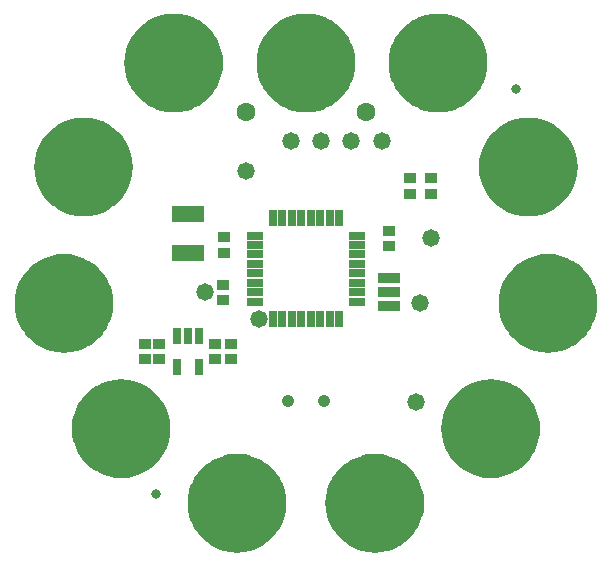
<source format=gbr>
G04 EAGLE Gerber RS-274X export*
G75*
%MOMM*%
%FSLAX34Y34*%
%LPD*%
%INSoldermask Bottom*%
%IPPOS*%
%AMOC8*
5,1,8,0,0,1.08239X$1,22.5*%
G01*
%ADD10R,1.473200X0.762000*%
%ADD11R,0.762000X1.473200*%
%ADD12R,1.103200X0.903200*%
%ADD13R,2.703200X1.403200*%
%ADD14R,1.903200X0.903200*%
%ADD15C,1.603200*%
%ADD16C,1.053200*%
%ADD17C,1.473200*%
%ADD18R,0.753200X1.403200*%
%ADD19C,4.775200*%
%ADD20C,0.838200*%

G36*
X58369Y-240402D02*
X58369Y-240402D01*
X58437Y-240403D01*
X63659Y-240061D01*
X63733Y-240048D01*
X63889Y-240031D01*
X69022Y-239010D01*
X69094Y-238987D01*
X69246Y-238950D01*
X74201Y-237267D01*
X74270Y-237236D01*
X74416Y-237179D01*
X79109Y-234864D01*
X79173Y-234824D01*
X79311Y-234748D01*
X83662Y-231841D01*
X83720Y-231792D01*
X83846Y-231699D01*
X87780Y-228249D01*
X87831Y-228193D01*
X87945Y-228084D01*
X91395Y-224150D01*
X91438Y-224089D01*
X91537Y-223966D01*
X94444Y-219615D01*
X94479Y-219548D01*
X94560Y-219413D01*
X96875Y-214720D01*
X96900Y-214649D01*
X96963Y-214505D01*
X98646Y-209550D01*
X98662Y-209477D01*
X98706Y-209326D01*
X99727Y-204193D01*
X99734Y-204118D01*
X99757Y-203963D01*
X100099Y-198741D01*
X100096Y-198666D01*
X100099Y-198509D01*
X99757Y-193287D01*
X99744Y-193213D01*
X99727Y-193057D01*
X98706Y-187924D01*
X98684Y-187853D01*
X98646Y-187700D01*
X96964Y-182744D01*
X96932Y-182676D01*
X96875Y-182530D01*
X94561Y-177836D01*
X94520Y-177773D01*
X94444Y-177635D01*
X91537Y-173284D01*
X91489Y-173226D01*
X91396Y-173099D01*
X87945Y-169165D01*
X87890Y-169114D01*
X87781Y-169001D01*
X83847Y-165550D01*
X83785Y-165507D01*
X83662Y-165409D01*
X79311Y-162502D01*
X79245Y-162467D01*
X79110Y-162385D01*
X74416Y-160071D01*
X74346Y-160045D01*
X74202Y-159982D01*
X69246Y-158300D01*
X69173Y-158283D01*
X69022Y-158240D01*
X63889Y-157219D01*
X63814Y-157212D01*
X63659Y-157189D01*
X58437Y-156847D01*
X58362Y-156850D01*
X58205Y-156847D01*
X52983Y-157189D01*
X52909Y-157202D01*
X52753Y-157219D01*
X47620Y-158240D01*
X47549Y-158262D01*
X47396Y-158300D01*
X42440Y-159982D01*
X42372Y-160014D01*
X42226Y-160071D01*
X37532Y-162385D01*
X37469Y-162426D01*
X37331Y-162502D01*
X32980Y-165409D01*
X32922Y-165457D01*
X32795Y-165550D01*
X28861Y-169001D01*
X28810Y-169056D01*
X28697Y-169165D01*
X25246Y-173099D01*
X25203Y-173161D01*
X25105Y-173284D01*
X22198Y-177635D01*
X22163Y-177701D01*
X22081Y-177836D01*
X19767Y-182530D01*
X19741Y-182600D01*
X19678Y-182744D01*
X17996Y-187700D01*
X17979Y-187773D01*
X17936Y-187924D01*
X16915Y-193057D01*
X16908Y-193132D01*
X16885Y-193287D01*
X16543Y-198509D01*
X16546Y-198584D01*
X16543Y-198741D01*
X16885Y-203963D01*
X16898Y-204037D01*
X16915Y-204193D01*
X17936Y-209326D01*
X17959Y-209398D01*
X17996Y-209550D01*
X19679Y-214505D01*
X19710Y-214574D01*
X19768Y-214720D01*
X22082Y-219413D01*
X22122Y-219477D01*
X22198Y-219615D01*
X25106Y-223966D01*
X25154Y-224024D01*
X25247Y-224150D01*
X28697Y-228084D01*
X28753Y-228135D01*
X28862Y-228249D01*
X32796Y-231699D01*
X32857Y-231742D01*
X32980Y-231841D01*
X37331Y-234748D01*
X37398Y-234783D01*
X37533Y-234864D01*
X42226Y-237179D01*
X42297Y-237204D01*
X42441Y-237267D01*
X47396Y-238950D01*
X47469Y-238966D01*
X47620Y-239010D01*
X52753Y-240031D01*
X52828Y-240038D01*
X52983Y-240061D01*
X58205Y-240403D01*
X58253Y-240401D01*
X58321Y-240407D01*
X58369Y-240402D01*
G37*
G36*
X-58273Y-240402D02*
X-58273Y-240402D01*
X-58205Y-240403D01*
X-52983Y-240061D01*
X-52909Y-240048D01*
X-52753Y-240031D01*
X-47620Y-239010D01*
X-47548Y-238987D01*
X-47396Y-238950D01*
X-42441Y-237267D01*
X-42372Y-237236D01*
X-42226Y-237179D01*
X-37533Y-234864D01*
X-37469Y-234824D01*
X-37331Y-234748D01*
X-32980Y-231841D01*
X-32922Y-231792D01*
X-32796Y-231699D01*
X-28862Y-228249D01*
X-28811Y-228193D01*
X-28697Y-228084D01*
X-25247Y-224150D01*
X-25204Y-224089D01*
X-25106Y-223966D01*
X-22198Y-219615D01*
X-22163Y-219548D01*
X-22082Y-219413D01*
X-19768Y-214720D01*
X-19742Y-214649D01*
X-19679Y-214505D01*
X-17996Y-209550D01*
X-17980Y-209477D01*
X-17936Y-209326D01*
X-16915Y-204193D01*
X-16909Y-204118D01*
X-16885Y-203963D01*
X-16543Y-198741D01*
X-16546Y-198666D01*
X-16543Y-198509D01*
X-16885Y-193287D01*
X-16898Y-193213D01*
X-16915Y-193057D01*
X-17936Y-187924D01*
X-17958Y-187853D01*
X-17996Y-187700D01*
X-19678Y-182744D01*
X-19710Y-182676D01*
X-19767Y-182530D01*
X-22081Y-177836D01*
X-22122Y-177773D01*
X-22198Y-177635D01*
X-25105Y-173284D01*
X-25153Y-173226D01*
X-25246Y-173099D01*
X-28697Y-169165D01*
X-28752Y-169114D01*
X-28861Y-169001D01*
X-32795Y-165550D01*
X-32857Y-165507D01*
X-32980Y-165409D01*
X-37331Y-162502D01*
X-37397Y-162467D01*
X-37532Y-162385D01*
X-42226Y-160071D01*
X-42296Y-160045D01*
X-42440Y-159982D01*
X-47396Y-158300D01*
X-47469Y-158283D01*
X-47620Y-158240D01*
X-52753Y-157219D01*
X-52828Y-157212D01*
X-52983Y-157189D01*
X-58205Y-156847D01*
X-58280Y-156850D01*
X-58437Y-156847D01*
X-63659Y-157189D01*
X-63733Y-157202D01*
X-63889Y-157219D01*
X-69022Y-158240D01*
X-69094Y-158262D01*
X-69246Y-158300D01*
X-74202Y-159982D01*
X-74270Y-160014D01*
X-74416Y-160071D01*
X-79110Y-162385D01*
X-79173Y-162426D01*
X-79311Y-162502D01*
X-83662Y-165409D01*
X-83720Y-165457D01*
X-83847Y-165550D01*
X-87781Y-169001D01*
X-87832Y-169056D01*
X-87945Y-169165D01*
X-91396Y-173099D01*
X-91439Y-173161D01*
X-91537Y-173284D01*
X-94444Y-177635D01*
X-94479Y-177701D01*
X-94561Y-177836D01*
X-96875Y-182530D01*
X-96901Y-182600D01*
X-96964Y-182744D01*
X-98646Y-187700D01*
X-98663Y-187773D01*
X-98706Y-187924D01*
X-99727Y-193057D01*
X-99734Y-193132D01*
X-99757Y-193287D01*
X-100099Y-198509D01*
X-100096Y-198584D01*
X-100099Y-198741D01*
X-99757Y-203963D01*
X-99744Y-204037D01*
X-99727Y-204193D01*
X-98706Y-209326D01*
X-98683Y-209398D01*
X-98646Y-209550D01*
X-96963Y-214505D01*
X-96932Y-214574D01*
X-96875Y-214720D01*
X-94560Y-219413D01*
X-94520Y-219477D01*
X-94444Y-219615D01*
X-91537Y-223966D01*
X-91488Y-224024D01*
X-91395Y-224150D01*
X-87945Y-228084D01*
X-87889Y-228135D01*
X-87780Y-228249D01*
X-83846Y-231699D01*
X-83785Y-231742D01*
X-83662Y-231841D01*
X-79311Y-234748D01*
X-79244Y-234783D01*
X-79109Y-234864D01*
X-74416Y-237179D01*
X-74345Y-237204D01*
X-74201Y-237267D01*
X-69246Y-238950D01*
X-69173Y-238966D01*
X-69022Y-239010D01*
X-63889Y-240031D01*
X-63814Y-240038D01*
X-63659Y-240061D01*
X-58437Y-240403D01*
X-58389Y-240401D01*
X-58322Y-240407D01*
X-58321Y-240407D01*
X-58273Y-240402D01*
G37*
G36*
X-106580Y132712D02*
X-106580Y132712D01*
X-106506Y132725D01*
X-106350Y132742D01*
X-101217Y133763D01*
X-101145Y133786D01*
X-100993Y133823D01*
X-96038Y135506D01*
X-95969Y135537D01*
X-95823Y135595D01*
X-91130Y137909D01*
X-91066Y137949D01*
X-90928Y138025D01*
X-86577Y140933D01*
X-86519Y140981D01*
X-86393Y141074D01*
X-82459Y144524D01*
X-82408Y144580D01*
X-82294Y144689D01*
X-78844Y148623D01*
X-78801Y148684D01*
X-78703Y148807D01*
X-75795Y153158D01*
X-75760Y153225D01*
X-75679Y153360D01*
X-73365Y158053D01*
X-73339Y158124D01*
X-73276Y158268D01*
X-71593Y163223D01*
X-71577Y163296D01*
X-71533Y163447D01*
X-70512Y168580D01*
X-70506Y168655D01*
X-70482Y168810D01*
X-70140Y174032D01*
X-70143Y174107D01*
X-70140Y174264D01*
X-70482Y179486D01*
X-70495Y179560D01*
X-70512Y179716D01*
X-71533Y184849D01*
X-71555Y184921D01*
X-71593Y185073D01*
X-73275Y190029D01*
X-73307Y190097D01*
X-73364Y190243D01*
X-75678Y194937D01*
X-75719Y195000D01*
X-75795Y195138D01*
X-78702Y199489D01*
X-78750Y199547D01*
X-78843Y199674D01*
X-82294Y203608D01*
X-82349Y203659D01*
X-82458Y203772D01*
X-86392Y207223D01*
X-86454Y207266D01*
X-86577Y207364D01*
X-90928Y210271D01*
X-90994Y210306D01*
X-91129Y210388D01*
X-95823Y212702D01*
X-95893Y212728D01*
X-96037Y212791D01*
X-100993Y214473D01*
X-101066Y214490D01*
X-101217Y214533D01*
X-106350Y215554D01*
X-106425Y215561D01*
X-106580Y215584D01*
X-111802Y215926D01*
X-111877Y215923D01*
X-112034Y215926D01*
X-117256Y215584D01*
X-117330Y215571D01*
X-117486Y215554D01*
X-122619Y214533D01*
X-122691Y214511D01*
X-122843Y214473D01*
X-127799Y212791D01*
X-127867Y212759D01*
X-128013Y212702D01*
X-132707Y210388D01*
X-132770Y210347D01*
X-132908Y210271D01*
X-137259Y207364D01*
X-137317Y207316D01*
X-137444Y207223D01*
X-141378Y203772D01*
X-141429Y203717D01*
X-141542Y203608D01*
X-144993Y199674D01*
X-145036Y199612D01*
X-145134Y199489D01*
X-148041Y195138D01*
X-148076Y195072D01*
X-148158Y194937D01*
X-150472Y190243D01*
X-150498Y190173D01*
X-150561Y190029D01*
X-152243Y185073D01*
X-152260Y185000D01*
X-152303Y184849D01*
X-153324Y179716D01*
X-153331Y179641D01*
X-153354Y179486D01*
X-153696Y174264D01*
X-153693Y174189D01*
X-153696Y174032D01*
X-153354Y168810D01*
X-153341Y168736D01*
X-153324Y168580D01*
X-152303Y163447D01*
X-152280Y163375D01*
X-152243Y163223D01*
X-150560Y158268D01*
X-150529Y158199D01*
X-150472Y158053D01*
X-148157Y153360D01*
X-148117Y153296D01*
X-148041Y153158D01*
X-145134Y148807D01*
X-145085Y148749D01*
X-144992Y148623D01*
X-141542Y144689D01*
X-141486Y144638D01*
X-141377Y144524D01*
X-137443Y141074D01*
X-137382Y141031D01*
X-137259Y140933D01*
X-132908Y138025D01*
X-132841Y137990D01*
X-132706Y137909D01*
X-128013Y135595D01*
X-127942Y135569D01*
X-127798Y135506D01*
X-122843Y133823D01*
X-122770Y133807D01*
X-122619Y133763D01*
X-117486Y132742D01*
X-117411Y132736D01*
X-117256Y132712D01*
X-112034Y132370D01*
X-111959Y132373D01*
X-111802Y132370D01*
X-106580Y132712D01*
G37*
G36*
X5338Y132712D02*
X5338Y132712D01*
X5412Y132725D01*
X5568Y132742D01*
X10701Y133763D01*
X10773Y133786D01*
X10925Y133823D01*
X15880Y135506D01*
X15949Y135537D01*
X16095Y135595D01*
X20788Y137909D01*
X20852Y137949D01*
X20990Y138025D01*
X25341Y140933D01*
X25399Y140981D01*
X25525Y141074D01*
X29459Y144524D01*
X29510Y144580D01*
X29624Y144689D01*
X33074Y148623D01*
X33117Y148684D01*
X33216Y148807D01*
X36123Y153158D01*
X36158Y153225D01*
X36239Y153360D01*
X38554Y158053D01*
X38579Y158124D01*
X38642Y158268D01*
X40325Y163223D01*
X40341Y163296D01*
X40385Y163447D01*
X41406Y168580D01*
X41413Y168655D01*
X41436Y168810D01*
X41778Y174032D01*
X41775Y174107D01*
X41778Y174264D01*
X41436Y179486D01*
X41423Y179560D01*
X41406Y179716D01*
X40385Y184849D01*
X40363Y184921D01*
X40325Y185073D01*
X38643Y190029D01*
X38611Y190097D01*
X38554Y190243D01*
X36240Y194937D01*
X36199Y195000D01*
X36123Y195138D01*
X33216Y199489D01*
X33168Y199547D01*
X33075Y199674D01*
X29624Y203608D01*
X29569Y203659D01*
X29460Y203772D01*
X25526Y207223D01*
X25464Y207266D01*
X25341Y207364D01*
X20990Y210271D01*
X20924Y210306D01*
X20789Y210388D01*
X16095Y212702D01*
X16025Y212728D01*
X15881Y212791D01*
X10925Y214473D01*
X10852Y214490D01*
X10701Y214533D01*
X5568Y215554D01*
X5493Y215561D01*
X5338Y215584D01*
X116Y215926D01*
X41Y215923D01*
X-116Y215926D01*
X-5338Y215584D01*
X-5412Y215571D01*
X-5568Y215554D01*
X-10701Y214533D01*
X-10773Y214511D01*
X-10925Y214473D01*
X-15881Y212791D01*
X-15949Y212759D01*
X-16095Y212702D01*
X-20789Y210388D01*
X-20852Y210347D01*
X-20990Y210271D01*
X-25341Y207364D01*
X-25399Y207316D01*
X-25526Y207223D01*
X-29460Y203772D01*
X-29511Y203717D01*
X-29624Y203608D01*
X-33075Y199674D01*
X-33118Y199612D01*
X-33216Y199489D01*
X-36123Y195138D01*
X-36158Y195072D01*
X-36240Y194937D01*
X-38554Y190243D01*
X-38580Y190173D01*
X-38643Y190029D01*
X-40325Y185073D01*
X-40342Y185000D01*
X-40385Y184849D01*
X-41406Y179716D01*
X-41413Y179641D01*
X-41436Y179486D01*
X-41778Y174264D01*
X-41775Y174189D01*
X-41778Y174032D01*
X-41436Y168810D01*
X-41423Y168736D01*
X-41406Y168580D01*
X-40385Y163447D01*
X-40362Y163375D01*
X-40325Y163223D01*
X-38642Y158268D01*
X-38611Y158199D01*
X-38554Y158053D01*
X-36239Y153360D01*
X-36199Y153296D01*
X-36123Y153158D01*
X-33216Y148807D01*
X-33167Y148749D01*
X-33074Y148623D01*
X-29624Y144689D01*
X-29568Y144638D01*
X-29459Y144524D01*
X-25525Y141074D01*
X-25464Y141031D01*
X-25341Y140933D01*
X-20990Y138025D01*
X-20923Y137990D01*
X-20788Y137909D01*
X-16095Y135595D01*
X-16024Y135569D01*
X-15880Y135506D01*
X-10925Y133823D01*
X-10852Y133807D01*
X-10701Y133763D01*
X-5568Y132742D01*
X-5493Y132736D01*
X-5338Y132712D01*
X-116Y132370D01*
X-41Y132373D01*
X116Y132370D01*
X5338Y132712D01*
G37*
G36*
X117256Y132712D02*
X117256Y132712D01*
X117330Y132725D01*
X117486Y132742D01*
X122619Y133763D01*
X122691Y133786D01*
X122843Y133823D01*
X127798Y135506D01*
X127867Y135537D01*
X128013Y135595D01*
X132706Y137909D01*
X132770Y137949D01*
X132908Y138025D01*
X137259Y140933D01*
X137317Y140981D01*
X137443Y141074D01*
X141377Y144524D01*
X141428Y144580D01*
X141542Y144689D01*
X144992Y148623D01*
X145035Y148684D01*
X145134Y148807D01*
X148041Y153158D01*
X148076Y153225D01*
X148157Y153360D01*
X150472Y158053D01*
X150497Y158124D01*
X150560Y158268D01*
X152243Y163223D01*
X152259Y163296D01*
X152303Y163447D01*
X153324Y168580D01*
X153331Y168655D01*
X153354Y168810D01*
X153696Y174032D01*
X153693Y174107D01*
X153696Y174264D01*
X153354Y179486D01*
X153341Y179560D01*
X153324Y179716D01*
X152303Y184849D01*
X152281Y184921D01*
X152243Y185073D01*
X150561Y190029D01*
X150529Y190097D01*
X150472Y190243D01*
X148158Y194937D01*
X148117Y195000D01*
X148041Y195138D01*
X145134Y199489D01*
X145086Y199547D01*
X144993Y199674D01*
X141542Y203608D01*
X141487Y203659D01*
X141378Y203772D01*
X137444Y207223D01*
X137382Y207266D01*
X137259Y207364D01*
X132908Y210271D01*
X132842Y210306D01*
X132707Y210388D01*
X128013Y212702D01*
X127943Y212728D01*
X127799Y212791D01*
X122843Y214473D01*
X122770Y214490D01*
X122619Y214533D01*
X117486Y215554D01*
X117411Y215561D01*
X117256Y215584D01*
X112034Y215926D01*
X111959Y215923D01*
X111802Y215926D01*
X106580Y215584D01*
X106506Y215571D01*
X106350Y215554D01*
X101217Y214533D01*
X101146Y214511D01*
X100993Y214473D01*
X96037Y212791D01*
X95969Y212759D01*
X95823Y212702D01*
X91129Y210388D01*
X91066Y210347D01*
X90928Y210271D01*
X86577Y207364D01*
X86519Y207316D01*
X86392Y207223D01*
X82458Y203772D01*
X82407Y203717D01*
X82294Y203608D01*
X78843Y199674D01*
X78800Y199612D01*
X78702Y199489D01*
X75795Y195138D01*
X75760Y195072D01*
X75678Y194937D01*
X73364Y190243D01*
X73338Y190173D01*
X73275Y190029D01*
X71593Y185073D01*
X71576Y185000D01*
X71533Y184849D01*
X70512Y179716D01*
X70505Y179641D01*
X70482Y179486D01*
X70140Y174264D01*
X70143Y174189D01*
X70140Y174032D01*
X70482Y168810D01*
X70495Y168736D01*
X70512Y168580D01*
X71533Y163447D01*
X71556Y163375D01*
X71593Y163223D01*
X73276Y158268D01*
X73307Y158199D01*
X73365Y158053D01*
X75679Y153360D01*
X75719Y153296D01*
X75795Y153158D01*
X78703Y148807D01*
X78751Y148749D01*
X78844Y148623D01*
X82294Y144689D01*
X82350Y144638D01*
X82459Y144524D01*
X86393Y141074D01*
X86454Y141031D01*
X86577Y140933D01*
X90928Y138025D01*
X90995Y137990D01*
X91130Y137909D01*
X95823Y135595D01*
X95894Y135569D01*
X96038Y135506D01*
X100993Y133823D01*
X101066Y133807D01*
X101217Y133763D01*
X106350Y132742D01*
X106425Y132736D01*
X106580Y132712D01*
X111802Y132370D01*
X111877Y132373D01*
X112034Y132370D01*
X117256Y132712D01*
G37*
G36*
X-182965Y44559D02*
X-182965Y44559D01*
X-182891Y44572D01*
X-182735Y44589D01*
X-177602Y45610D01*
X-177530Y45633D01*
X-177378Y45670D01*
X-172423Y47353D01*
X-172354Y47384D01*
X-172208Y47442D01*
X-167515Y49756D01*
X-167451Y49796D01*
X-167313Y49872D01*
X-162962Y52780D01*
X-162904Y52828D01*
X-162778Y52921D01*
X-158844Y56371D01*
X-158793Y56427D01*
X-158679Y56536D01*
X-155229Y60470D01*
X-155186Y60531D01*
X-155088Y60654D01*
X-152180Y65005D01*
X-152145Y65072D01*
X-152064Y65207D01*
X-149750Y69900D01*
X-149724Y69971D01*
X-149661Y70115D01*
X-147978Y75070D01*
X-147962Y75143D01*
X-147918Y75294D01*
X-146897Y80427D01*
X-146891Y80502D01*
X-146867Y80657D01*
X-146525Y85879D01*
X-146528Y85954D01*
X-146525Y86111D01*
X-146867Y91333D01*
X-146880Y91407D01*
X-146897Y91563D01*
X-147918Y96696D01*
X-147940Y96768D01*
X-147978Y96920D01*
X-149660Y101876D01*
X-149692Y101944D01*
X-149749Y102090D01*
X-152063Y106784D01*
X-152104Y106847D01*
X-152180Y106985D01*
X-155087Y111336D01*
X-155135Y111394D01*
X-155228Y111521D01*
X-158679Y115455D01*
X-158734Y115506D01*
X-158843Y115619D01*
X-162777Y119070D01*
X-162839Y119113D01*
X-162962Y119211D01*
X-167313Y122118D01*
X-167379Y122153D01*
X-167514Y122235D01*
X-172208Y124549D01*
X-172278Y124575D01*
X-172422Y124638D01*
X-177378Y126320D01*
X-177451Y126337D01*
X-177602Y126380D01*
X-182735Y127401D01*
X-182810Y127408D01*
X-182965Y127431D01*
X-188187Y127773D01*
X-188262Y127770D01*
X-188419Y127773D01*
X-193641Y127431D01*
X-193715Y127418D01*
X-193871Y127401D01*
X-199004Y126380D01*
X-199076Y126358D01*
X-199228Y126320D01*
X-204184Y124638D01*
X-204252Y124606D01*
X-204398Y124549D01*
X-209092Y122235D01*
X-209155Y122194D01*
X-209293Y122118D01*
X-213644Y119211D01*
X-213702Y119163D01*
X-213829Y119070D01*
X-217763Y115619D01*
X-217814Y115564D01*
X-217927Y115455D01*
X-221378Y111521D01*
X-221421Y111459D01*
X-221519Y111336D01*
X-224426Y106985D01*
X-224461Y106919D01*
X-224543Y106784D01*
X-226857Y102090D01*
X-226883Y102020D01*
X-226946Y101876D01*
X-228628Y96920D01*
X-228645Y96847D01*
X-228688Y96696D01*
X-229709Y91563D01*
X-229716Y91488D01*
X-229739Y91333D01*
X-230081Y86111D01*
X-230078Y86036D01*
X-230081Y85879D01*
X-229739Y80657D01*
X-229726Y80583D01*
X-229709Y80427D01*
X-228688Y75294D01*
X-228665Y75222D01*
X-228628Y75070D01*
X-226945Y70115D01*
X-226914Y70046D01*
X-226857Y69900D01*
X-224542Y65207D01*
X-224502Y65143D01*
X-224426Y65005D01*
X-221519Y60654D01*
X-221470Y60596D01*
X-221377Y60470D01*
X-217927Y56536D01*
X-217871Y56485D01*
X-217762Y56371D01*
X-213828Y52921D01*
X-213767Y52878D01*
X-213644Y52780D01*
X-209293Y49872D01*
X-209226Y49837D01*
X-209091Y49756D01*
X-204398Y47442D01*
X-204327Y47416D01*
X-204183Y47353D01*
X-199228Y45670D01*
X-199155Y45654D01*
X-199004Y45610D01*
X-193871Y44589D01*
X-193796Y44583D01*
X-193641Y44559D01*
X-188419Y44217D01*
X-188344Y44220D01*
X-188187Y44217D01*
X-182965Y44559D01*
G37*
G36*
X193641Y44559D02*
X193641Y44559D01*
X193715Y44572D01*
X193871Y44589D01*
X199004Y45610D01*
X199076Y45633D01*
X199228Y45670D01*
X204183Y47353D01*
X204252Y47384D01*
X204398Y47442D01*
X209091Y49756D01*
X209155Y49796D01*
X209293Y49872D01*
X213644Y52780D01*
X213702Y52828D01*
X213828Y52921D01*
X217762Y56371D01*
X217813Y56427D01*
X217927Y56536D01*
X221377Y60470D01*
X221420Y60531D01*
X221519Y60654D01*
X224426Y65005D01*
X224461Y65072D01*
X224542Y65207D01*
X226857Y69900D01*
X226882Y69971D01*
X226945Y70115D01*
X228628Y75070D01*
X228644Y75143D01*
X228688Y75294D01*
X229709Y80427D01*
X229716Y80502D01*
X229739Y80657D01*
X230081Y85879D01*
X230078Y85954D01*
X230081Y86111D01*
X229739Y91333D01*
X229726Y91407D01*
X229709Y91563D01*
X228688Y96696D01*
X228666Y96768D01*
X228628Y96920D01*
X226946Y101876D01*
X226914Y101944D01*
X226857Y102090D01*
X224543Y106784D01*
X224502Y106847D01*
X224426Y106985D01*
X221519Y111336D01*
X221471Y111394D01*
X221378Y111521D01*
X217927Y115455D01*
X217872Y115506D01*
X217763Y115619D01*
X213829Y119070D01*
X213767Y119113D01*
X213644Y119211D01*
X209293Y122118D01*
X209227Y122153D01*
X209092Y122235D01*
X204398Y124549D01*
X204328Y124575D01*
X204184Y124638D01*
X199228Y126320D01*
X199155Y126337D01*
X199004Y126380D01*
X193871Y127401D01*
X193796Y127408D01*
X193641Y127431D01*
X188419Y127773D01*
X188344Y127770D01*
X188187Y127773D01*
X182965Y127431D01*
X182891Y127418D01*
X182735Y127401D01*
X177602Y126380D01*
X177531Y126358D01*
X177378Y126320D01*
X172422Y124638D01*
X172354Y124606D01*
X172208Y124549D01*
X167514Y122235D01*
X167451Y122194D01*
X167313Y122118D01*
X162962Y119211D01*
X162904Y119163D01*
X162777Y119070D01*
X158843Y115619D01*
X158792Y115564D01*
X158679Y115455D01*
X155228Y111521D01*
X155185Y111459D01*
X155087Y111336D01*
X152180Y106985D01*
X152145Y106919D01*
X152063Y106784D01*
X149749Y102090D01*
X149723Y102020D01*
X149660Y101876D01*
X147978Y96920D01*
X147961Y96847D01*
X147918Y96696D01*
X146897Y91563D01*
X146890Y91488D01*
X146867Y91333D01*
X146525Y86111D01*
X146528Y86036D01*
X146525Y85879D01*
X146867Y80657D01*
X146880Y80583D01*
X146897Y80427D01*
X147918Y75294D01*
X147941Y75222D01*
X147978Y75070D01*
X149661Y70115D01*
X149692Y70046D01*
X149750Y69900D01*
X152064Y65207D01*
X152104Y65143D01*
X152180Y65005D01*
X155088Y60654D01*
X155136Y60596D01*
X155229Y60470D01*
X158679Y56536D01*
X158735Y56485D01*
X158844Y56371D01*
X162778Y52921D01*
X162839Y52878D01*
X162962Y52780D01*
X167313Y49872D01*
X167380Y49837D01*
X167515Y49756D01*
X172208Y47442D01*
X172279Y47416D01*
X172423Y47353D01*
X177378Y45670D01*
X177451Y45654D01*
X177602Y45610D01*
X182735Y44589D01*
X182810Y44583D01*
X182965Y44559D01*
X188187Y44217D01*
X188262Y44220D01*
X188419Y44217D01*
X193641Y44559D01*
G37*
G36*
X-199565Y-70897D02*
X-199565Y-70897D01*
X-199491Y-70884D01*
X-199335Y-70867D01*
X-194202Y-69846D01*
X-194130Y-69823D01*
X-193978Y-69786D01*
X-189023Y-68103D01*
X-188954Y-68072D01*
X-188808Y-68015D01*
X-184115Y-65700D01*
X-184051Y-65660D01*
X-183913Y-65584D01*
X-179562Y-62677D01*
X-179504Y-62628D01*
X-179378Y-62535D01*
X-175444Y-59085D01*
X-175393Y-59029D01*
X-175279Y-58920D01*
X-171829Y-54986D01*
X-171786Y-54925D01*
X-171688Y-54802D01*
X-168780Y-50451D01*
X-168745Y-50384D01*
X-168664Y-50249D01*
X-166350Y-45556D01*
X-166324Y-45485D01*
X-166261Y-45341D01*
X-164578Y-40386D01*
X-164562Y-40313D01*
X-164518Y-40162D01*
X-163497Y-35029D01*
X-163491Y-34954D01*
X-163467Y-34799D01*
X-163125Y-29577D01*
X-163128Y-29502D01*
X-163125Y-29345D01*
X-163467Y-24123D01*
X-163480Y-24049D01*
X-163497Y-23893D01*
X-164518Y-18760D01*
X-164540Y-18689D01*
X-164578Y-18536D01*
X-166260Y-13580D01*
X-166292Y-13512D01*
X-166349Y-13366D01*
X-168663Y-8672D01*
X-168704Y-8609D01*
X-168780Y-8471D01*
X-171687Y-4120D01*
X-171735Y-4062D01*
X-171828Y-3935D01*
X-175279Y-1D01*
X-175334Y50D01*
X-175443Y163D01*
X-179377Y3614D01*
X-179439Y3657D01*
X-179562Y3755D01*
X-183913Y6662D01*
X-183979Y6697D01*
X-184114Y6779D01*
X-188808Y9093D01*
X-188878Y9119D01*
X-189022Y9182D01*
X-193978Y10864D01*
X-194051Y10881D01*
X-194202Y10924D01*
X-199335Y11945D01*
X-199410Y11952D01*
X-199565Y11975D01*
X-204787Y12317D01*
X-204862Y12314D01*
X-205019Y12317D01*
X-210241Y11975D01*
X-210315Y11962D01*
X-210471Y11945D01*
X-215604Y10924D01*
X-215676Y10902D01*
X-215828Y10864D01*
X-220784Y9182D01*
X-220852Y9150D01*
X-220998Y9093D01*
X-225692Y6779D01*
X-225755Y6738D01*
X-225893Y6662D01*
X-230244Y3755D01*
X-230302Y3707D01*
X-230429Y3614D01*
X-234363Y163D01*
X-234414Y108D01*
X-234527Y-1D01*
X-237978Y-3935D01*
X-238021Y-3997D01*
X-238119Y-4120D01*
X-241026Y-8471D01*
X-241061Y-8537D01*
X-241143Y-8672D01*
X-243457Y-13366D01*
X-243483Y-13436D01*
X-243546Y-13580D01*
X-245228Y-18536D01*
X-245245Y-18609D01*
X-245288Y-18760D01*
X-246309Y-23893D01*
X-246316Y-23968D01*
X-246339Y-24123D01*
X-246681Y-29345D01*
X-246678Y-29420D01*
X-246681Y-29577D01*
X-246339Y-34799D01*
X-246326Y-34873D01*
X-246309Y-35029D01*
X-245288Y-40162D01*
X-245265Y-40234D01*
X-245228Y-40386D01*
X-243545Y-45341D01*
X-243514Y-45410D01*
X-243457Y-45556D01*
X-241142Y-50249D01*
X-241102Y-50313D01*
X-241026Y-50451D01*
X-238119Y-54802D01*
X-238070Y-54860D01*
X-237977Y-54986D01*
X-234527Y-58920D01*
X-234471Y-58971D01*
X-234362Y-59085D01*
X-230428Y-62535D01*
X-230367Y-62578D01*
X-230244Y-62677D01*
X-225893Y-65584D01*
X-225826Y-65619D01*
X-225691Y-65700D01*
X-220998Y-68015D01*
X-220927Y-68040D01*
X-220783Y-68103D01*
X-215828Y-69786D01*
X-215755Y-69802D01*
X-215604Y-69846D01*
X-210471Y-70867D01*
X-210396Y-70874D01*
X-210241Y-70897D01*
X-205019Y-71239D01*
X-204944Y-71236D01*
X-204787Y-71239D01*
X-199565Y-70897D01*
G37*
G36*
X210241Y-70897D02*
X210241Y-70897D01*
X210315Y-70884D01*
X210471Y-70867D01*
X215604Y-69846D01*
X215676Y-69823D01*
X215828Y-69786D01*
X220783Y-68103D01*
X220852Y-68072D01*
X220998Y-68015D01*
X225691Y-65700D01*
X225755Y-65660D01*
X225893Y-65584D01*
X230244Y-62677D01*
X230302Y-62628D01*
X230428Y-62535D01*
X234362Y-59085D01*
X234413Y-59029D01*
X234527Y-58920D01*
X237977Y-54986D01*
X238020Y-54925D01*
X238119Y-54802D01*
X241026Y-50451D01*
X241061Y-50384D01*
X241142Y-50249D01*
X243457Y-45556D01*
X243482Y-45485D01*
X243545Y-45341D01*
X245228Y-40386D01*
X245244Y-40313D01*
X245288Y-40162D01*
X246309Y-35029D01*
X246316Y-34954D01*
X246339Y-34799D01*
X246681Y-29577D01*
X246678Y-29502D01*
X246681Y-29345D01*
X246339Y-24123D01*
X246326Y-24049D01*
X246309Y-23893D01*
X245288Y-18760D01*
X245266Y-18689D01*
X245228Y-18536D01*
X243546Y-13580D01*
X243514Y-13512D01*
X243457Y-13366D01*
X241143Y-8672D01*
X241102Y-8609D01*
X241026Y-8471D01*
X238119Y-4120D01*
X238071Y-4062D01*
X237978Y-3935D01*
X234527Y-1D01*
X234472Y50D01*
X234363Y163D01*
X230429Y3614D01*
X230367Y3657D01*
X230244Y3755D01*
X225893Y6662D01*
X225827Y6697D01*
X225692Y6779D01*
X220998Y9093D01*
X220928Y9119D01*
X220784Y9182D01*
X215828Y10864D01*
X215755Y10881D01*
X215604Y10924D01*
X210471Y11945D01*
X210396Y11952D01*
X210241Y11975D01*
X205019Y12317D01*
X204944Y12314D01*
X204787Y12317D01*
X199565Y11975D01*
X199491Y11962D01*
X199335Y11945D01*
X194202Y10924D01*
X194131Y10902D01*
X193978Y10864D01*
X189022Y9182D01*
X188954Y9150D01*
X188808Y9093D01*
X184114Y6779D01*
X184051Y6738D01*
X183913Y6662D01*
X179562Y3755D01*
X179504Y3707D01*
X179377Y3614D01*
X175443Y163D01*
X175392Y108D01*
X175279Y-1D01*
X171828Y-3935D01*
X171785Y-3997D01*
X171687Y-4120D01*
X168780Y-8471D01*
X168745Y-8537D01*
X168663Y-8672D01*
X166349Y-13366D01*
X166323Y-13436D01*
X166260Y-13580D01*
X164578Y-18536D01*
X164561Y-18609D01*
X164518Y-18760D01*
X163497Y-23893D01*
X163490Y-23968D01*
X163467Y-24123D01*
X163125Y-29345D01*
X163128Y-29420D01*
X163125Y-29577D01*
X163467Y-34799D01*
X163480Y-34873D01*
X163497Y-35029D01*
X164518Y-40162D01*
X164541Y-40234D01*
X164578Y-40386D01*
X166261Y-45341D01*
X166292Y-45410D01*
X166350Y-45556D01*
X168664Y-50249D01*
X168704Y-50313D01*
X168780Y-50451D01*
X171688Y-54802D01*
X171736Y-54860D01*
X171829Y-54986D01*
X175279Y-58920D01*
X175335Y-58971D01*
X175444Y-59085D01*
X179378Y-62535D01*
X179439Y-62578D01*
X179562Y-62677D01*
X183913Y-65584D01*
X183980Y-65619D01*
X184115Y-65700D01*
X188808Y-68015D01*
X188879Y-68040D01*
X189023Y-68103D01*
X193978Y-69786D01*
X194051Y-69802D01*
X194202Y-69846D01*
X199335Y-70867D01*
X199410Y-70874D01*
X199565Y-70897D01*
X204787Y-71239D01*
X204862Y-71236D01*
X205019Y-71239D01*
X210241Y-70897D01*
G37*
G36*
X161786Y-176999D02*
X161786Y-176999D01*
X161860Y-176986D01*
X162016Y-176969D01*
X167149Y-175948D01*
X167221Y-175925D01*
X167373Y-175888D01*
X172328Y-174205D01*
X172397Y-174174D01*
X172543Y-174117D01*
X177236Y-171802D01*
X177300Y-171762D01*
X177438Y-171686D01*
X181789Y-168779D01*
X181847Y-168730D01*
X181973Y-168637D01*
X185907Y-165187D01*
X185958Y-165131D01*
X186072Y-165022D01*
X189522Y-161088D01*
X189565Y-161027D01*
X189664Y-160904D01*
X192571Y-156553D01*
X192606Y-156486D01*
X192687Y-156351D01*
X195002Y-151658D01*
X195027Y-151587D01*
X195090Y-151443D01*
X196773Y-146488D01*
X196789Y-146415D01*
X196833Y-146264D01*
X197854Y-141131D01*
X197861Y-141056D01*
X197884Y-140901D01*
X198226Y-135679D01*
X198223Y-135604D01*
X198226Y-135447D01*
X197884Y-130225D01*
X197871Y-130151D01*
X197854Y-129995D01*
X196833Y-124862D01*
X196811Y-124791D01*
X196773Y-124638D01*
X195091Y-119682D01*
X195059Y-119614D01*
X195002Y-119468D01*
X192688Y-114774D01*
X192647Y-114711D01*
X192571Y-114573D01*
X189664Y-110222D01*
X189616Y-110164D01*
X189523Y-110037D01*
X186072Y-106103D01*
X186017Y-106052D01*
X185908Y-105939D01*
X181974Y-102488D01*
X181912Y-102445D01*
X181789Y-102347D01*
X177438Y-99440D01*
X177372Y-99405D01*
X177237Y-99323D01*
X172543Y-97009D01*
X172473Y-96983D01*
X172329Y-96920D01*
X167373Y-95238D01*
X167300Y-95221D01*
X167149Y-95178D01*
X162016Y-94157D01*
X161941Y-94150D01*
X161786Y-94127D01*
X156564Y-93785D01*
X156489Y-93788D01*
X156332Y-93785D01*
X151110Y-94127D01*
X151036Y-94140D01*
X150880Y-94157D01*
X145747Y-95178D01*
X145676Y-95200D01*
X145523Y-95238D01*
X140567Y-96920D01*
X140499Y-96952D01*
X140353Y-97009D01*
X135659Y-99323D01*
X135596Y-99364D01*
X135458Y-99440D01*
X131107Y-102347D01*
X131049Y-102395D01*
X130922Y-102488D01*
X126988Y-105939D01*
X126937Y-105994D01*
X126824Y-106103D01*
X123373Y-110037D01*
X123330Y-110099D01*
X123232Y-110222D01*
X120325Y-114573D01*
X120290Y-114639D01*
X120208Y-114774D01*
X117894Y-119468D01*
X117868Y-119538D01*
X117805Y-119682D01*
X116123Y-124638D01*
X116106Y-124711D01*
X116063Y-124862D01*
X115042Y-129995D01*
X115035Y-130070D01*
X115012Y-130225D01*
X114670Y-135447D01*
X114673Y-135522D01*
X114670Y-135679D01*
X115012Y-140901D01*
X115025Y-140975D01*
X115042Y-141131D01*
X116063Y-146264D01*
X116086Y-146336D01*
X116123Y-146488D01*
X117806Y-151443D01*
X117837Y-151512D01*
X117895Y-151658D01*
X120209Y-156351D01*
X120249Y-156415D01*
X120325Y-156553D01*
X123233Y-160904D01*
X123281Y-160962D01*
X123374Y-161088D01*
X126824Y-165022D01*
X126880Y-165073D01*
X126989Y-165187D01*
X130923Y-168637D01*
X130984Y-168680D01*
X131107Y-168779D01*
X135458Y-171686D01*
X135525Y-171721D01*
X135660Y-171802D01*
X140353Y-174117D01*
X140424Y-174142D01*
X140568Y-174205D01*
X145523Y-175888D01*
X145596Y-175904D01*
X145747Y-175948D01*
X150880Y-176969D01*
X150955Y-176976D01*
X151110Y-176999D01*
X156332Y-177341D01*
X156407Y-177338D01*
X156564Y-177341D01*
X161786Y-176999D01*
G37*
G36*
X-151110Y-176999D02*
X-151110Y-176999D01*
X-151036Y-176986D01*
X-150880Y-176969D01*
X-145747Y-175948D01*
X-145675Y-175925D01*
X-145523Y-175888D01*
X-140568Y-174205D01*
X-140499Y-174174D01*
X-140353Y-174117D01*
X-135660Y-171802D01*
X-135596Y-171762D01*
X-135458Y-171686D01*
X-131107Y-168779D01*
X-131049Y-168730D01*
X-130923Y-168637D01*
X-126989Y-165187D01*
X-126938Y-165131D01*
X-126824Y-165022D01*
X-123374Y-161088D01*
X-123331Y-161027D01*
X-123233Y-160904D01*
X-120325Y-156553D01*
X-120290Y-156486D01*
X-120209Y-156351D01*
X-117895Y-151658D01*
X-117869Y-151587D01*
X-117806Y-151443D01*
X-116123Y-146488D01*
X-116107Y-146415D01*
X-116063Y-146264D01*
X-115042Y-141131D01*
X-115036Y-141056D01*
X-115012Y-140901D01*
X-114670Y-135679D01*
X-114673Y-135604D01*
X-114670Y-135447D01*
X-115012Y-130225D01*
X-115025Y-130151D01*
X-115042Y-129995D01*
X-116063Y-124862D01*
X-116085Y-124791D01*
X-116123Y-124638D01*
X-117805Y-119682D01*
X-117837Y-119614D01*
X-117894Y-119468D01*
X-120208Y-114774D01*
X-120249Y-114711D01*
X-120325Y-114573D01*
X-123232Y-110222D01*
X-123280Y-110164D01*
X-123373Y-110037D01*
X-126824Y-106103D01*
X-126879Y-106052D01*
X-126988Y-105939D01*
X-130922Y-102488D01*
X-130984Y-102445D01*
X-131107Y-102347D01*
X-135458Y-99440D01*
X-135524Y-99405D01*
X-135659Y-99323D01*
X-140353Y-97009D01*
X-140423Y-96983D01*
X-140567Y-96920D01*
X-145523Y-95238D01*
X-145596Y-95221D01*
X-145747Y-95178D01*
X-150880Y-94157D01*
X-150955Y-94150D01*
X-151110Y-94127D01*
X-156332Y-93785D01*
X-156407Y-93788D01*
X-156564Y-93785D01*
X-161786Y-94127D01*
X-161860Y-94140D01*
X-162016Y-94157D01*
X-167149Y-95178D01*
X-167221Y-95200D01*
X-167373Y-95238D01*
X-172329Y-96920D01*
X-172397Y-96952D01*
X-172543Y-97009D01*
X-177237Y-99323D01*
X-177300Y-99364D01*
X-177438Y-99440D01*
X-181789Y-102347D01*
X-181847Y-102395D01*
X-181974Y-102488D01*
X-185908Y-105939D01*
X-185959Y-105994D01*
X-186072Y-106103D01*
X-189523Y-110037D01*
X-189566Y-110099D01*
X-189664Y-110222D01*
X-192571Y-114573D01*
X-192606Y-114639D01*
X-192688Y-114774D01*
X-195002Y-119468D01*
X-195028Y-119538D01*
X-195091Y-119682D01*
X-196773Y-124638D01*
X-196790Y-124711D01*
X-196833Y-124862D01*
X-197854Y-129995D01*
X-197861Y-130070D01*
X-197884Y-130225D01*
X-198226Y-135447D01*
X-198223Y-135522D01*
X-198226Y-135679D01*
X-197884Y-140901D01*
X-197871Y-140975D01*
X-197854Y-141131D01*
X-196833Y-146264D01*
X-196810Y-146336D01*
X-196773Y-146488D01*
X-195090Y-151443D01*
X-195059Y-151512D01*
X-195002Y-151658D01*
X-192687Y-156351D01*
X-192647Y-156415D01*
X-192571Y-156553D01*
X-189664Y-160904D01*
X-189615Y-160962D01*
X-189522Y-161088D01*
X-186072Y-165022D01*
X-186016Y-165073D01*
X-185907Y-165187D01*
X-181973Y-168637D01*
X-181912Y-168680D01*
X-181789Y-168779D01*
X-177438Y-171686D01*
X-177371Y-171721D01*
X-177236Y-171802D01*
X-172543Y-174117D01*
X-172472Y-174142D01*
X-172328Y-174205D01*
X-167373Y-175888D01*
X-167300Y-175904D01*
X-167149Y-175948D01*
X-162016Y-176969D01*
X-161941Y-176976D01*
X-161786Y-176999D01*
X-156564Y-177341D01*
X-156489Y-177338D01*
X-156332Y-177341D01*
X-151110Y-176999D01*
G37*
D10*
X42926Y28000D03*
X42926Y20000D03*
X42926Y12000D03*
X42926Y4000D03*
X42926Y-4000D03*
X42926Y-12000D03*
X42926Y-20000D03*
X42926Y-28000D03*
D11*
X28000Y-42926D03*
X20000Y-42926D03*
X12000Y-42926D03*
X4000Y-42926D03*
X-4000Y-42926D03*
X-12000Y-42926D03*
X-20000Y-42926D03*
X-28000Y-42926D03*
D10*
X-42926Y-28000D03*
X-42926Y-20000D03*
X-42926Y-12000D03*
X-42926Y-4000D03*
X-42926Y4000D03*
X-42926Y12000D03*
X-42926Y20000D03*
X-42926Y28000D03*
D11*
X-28000Y42926D03*
X-20000Y42926D03*
X-12000Y42926D03*
X-4000Y42926D03*
X4000Y42926D03*
X12000Y42926D03*
X20000Y42926D03*
X28000Y42926D03*
D12*
X-70300Y-26500D03*
X-70300Y-13500D03*
X105900Y76500D03*
X105900Y63500D03*
X-69700Y13500D03*
X-69700Y26500D03*
D13*
X-100000Y46500D03*
X-100000Y13500D03*
D12*
X70000Y18900D03*
X70000Y31900D03*
D14*
X70000Y-8000D03*
X70000Y-20000D03*
X70000Y-32000D03*
D15*
X50800Y132700D03*
X-50800Y132700D03*
D12*
X87800Y76500D03*
X87800Y63500D03*
D16*
X15000Y-112400D03*
X-15000Y-112400D03*
D17*
X38000Y107700D03*
X13000Y107700D03*
X64000Y107700D03*
D12*
X-76600Y-76500D03*
X-76600Y-63500D03*
X-63600Y-63500D03*
X-63600Y-76500D03*
X-136600Y-63500D03*
X-136600Y-76500D03*
D18*
X-109500Y-56999D03*
X-100000Y-56999D03*
X-90500Y-56999D03*
X-90500Y-83001D03*
X-109500Y-83001D03*
D17*
X-39926Y-42926D03*
X-85260Y-20000D03*
X93200Y-113200D03*
D12*
X-124600Y-76500D03*
X-124600Y-63500D03*
D17*
X-13000Y107700D03*
D19*
X188303Y85995D03*
X111918Y174148D03*
X0Y174148D03*
X-111918Y174148D03*
X-156448Y-135563D03*
X-58321Y-198625D03*
X58321Y-198625D03*
X156448Y-135563D03*
X204903Y-29461D03*
X-204903Y-29461D03*
X-188303Y85995D03*
D17*
X96761Y-29461D03*
X105900Y25900D03*
X-51000Y82700D03*
D20*
X-127000Y-190500D03*
X177800Y152400D03*
M02*

</source>
